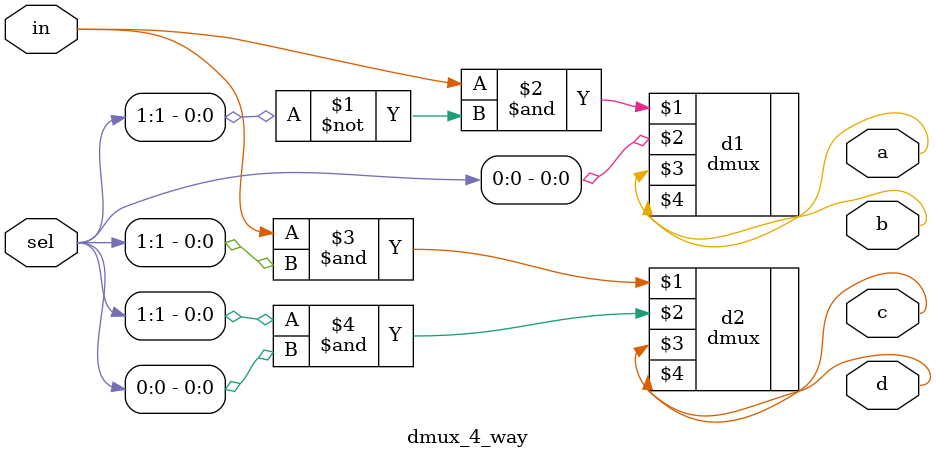
<source format=sv>
`ifndef dmux
  `include "dmux.sv"
`endif
`define dmux_4_way 1

module dmux_4_way(
    input       in,
    input [1:0] sel,
    output      a,
    output      b,
    output      c,
    output      d
);

   dmux d1(in & ~sel[1], sel[0], a, b);
   dmux d2(in & sel[1], sel[1] & sel[0], c, d);
endmodule

</source>
